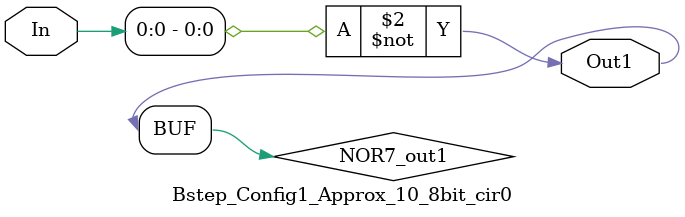
<source format=v>
`timescale 1 ns / 1 ns
module Bstep_Config1_Approx_10_8bit_cir0
(In,Out1);
input [7:0]In;
output [0:0]Out1;
wire NOR7_out1;
assign NOR7_out1 =  ~ (In[0] | In[0]);
assign Out1[0] = NOR7_out1;
endmodule  // Bstep_Config1_Approx_10_8bit_cir0
</source>
